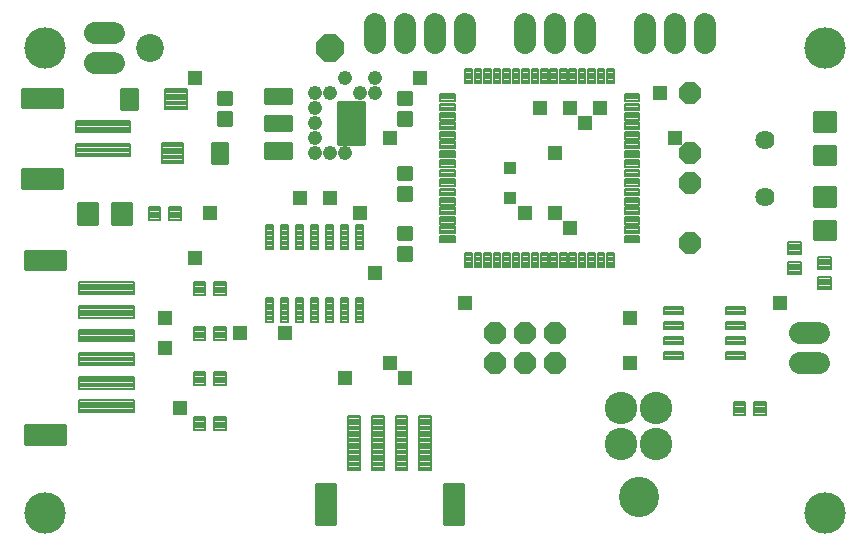
<source format=gts>
G75*
G70*
%OFA0B0*%
%FSLAX24Y24*%
%IPPOS*%
%LPD*%
%AMOC8*
5,1,8,0,0,1.08239X$1,22.5*
%
%ADD10C,0.0640*%
%ADD11OC8,0.0710*%
%ADD12C,0.0081*%
%ADD13C,0.0085*%
%ADD14C,0.0720*%
%ADD15OC8,0.0720*%
%ADD16C,0.0084*%
%ADD17C,0.0082*%
%ADD18C,0.0084*%
%ADD19C,0.0930*%
%ADD20OC8,0.0930*%
%ADD21C,0.0081*%
%ADD22C,0.0082*%
%ADD23C,0.1080*%
%ADD24C,0.1340*%
%ADD25C,0.0082*%
%ADD26C,0.0084*%
%ADD27C,0.0085*%
%ADD28C,0.1380*%
%ADD29R,0.0476X0.0476*%
%ADD30C,0.0476*%
%ADD31R,0.0440X0.0440*%
D10*
X025802Y012191D03*
X025802Y014091D03*
D11*
X023302Y013641D03*
X023302Y012641D03*
X023302Y010641D03*
X023302Y015641D03*
D12*
X026586Y010673D02*
X026586Y010279D01*
X026586Y010673D02*
X027018Y010673D01*
X027018Y010279D01*
X026586Y010279D01*
X026586Y010359D02*
X027018Y010359D01*
X027018Y010439D02*
X026586Y010439D01*
X026586Y010519D02*
X027018Y010519D01*
X027018Y010599D02*
X026586Y010599D01*
X026586Y010003D02*
X026586Y009609D01*
X026586Y010003D02*
X027018Y010003D01*
X027018Y009609D01*
X026586Y009609D01*
X026586Y009689D02*
X027018Y009689D01*
X027018Y009769D02*
X026586Y009769D01*
X026586Y009849D02*
X027018Y009849D01*
X027018Y009929D02*
X026586Y009929D01*
X027586Y009779D02*
X027586Y010173D01*
X028018Y010173D01*
X028018Y009779D01*
X027586Y009779D01*
X027586Y009859D02*
X028018Y009859D01*
X028018Y009939D02*
X027586Y009939D01*
X027586Y010019D02*
X028018Y010019D01*
X028018Y010099D02*
X027586Y010099D01*
X027586Y009503D02*
X027586Y009109D01*
X027586Y009503D02*
X028018Y009503D01*
X028018Y009109D01*
X027586Y009109D01*
X027586Y009189D02*
X028018Y009189D01*
X028018Y009269D02*
X027586Y009269D01*
X027586Y009349D02*
X028018Y009349D01*
X028018Y009429D02*
X027586Y009429D01*
X025834Y004925D02*
X025440Y004925D01*
X025440Y005357D01*
X025834Y005357D01*
X025834Y004925D01*
X025834Y005005D02*
X025440Y005005D01*
X025440Y005085D02*
X025834Y005085D01*
X025834Y005165D02*
X025440Y005165D01*
X025440Y005245D02*
X025834Y005245D01*
X025834Y005325D02*
X025440Y005325D01*
X025165Y004925D02*
X024771Y004925D01*
X024771Y005357D01*
X025165Y005357D01*
X025165Y004925D01*
X025165Y005005D02*
X024771Y005005D01*
X024771Y005085D02*
X025165Y005085D01*
X025165Y005165D02*
X024771Y005165D01*
X024771Y005245D02*
X025165Y005245D01*
X025165Y005325D02*
X024771Y005325D01*
X014680Y004896D02*
X014286Y004896D01*
X014680Y004896D02*
X014680Y003086D01*
X014286Y003086D01*
X014286Y004896D01*
X014286Y003166D02*
X014680Y003166D01*
X014680Y003246D02*
X014286Y003246D01*
X014286Y003326D02*
X014680Y003326D01*
X014680Y003406D02*
X014286Y003406D01*
X014286Y003486D02*
X014680Y003486D01*
X014680Y003566D02*
X014286Y003566D01*
X014286Y003646D02*
X014680Y003646D01*
X014680Y003726D02*
X014286Y003726D01*
X014286Y003806D02*
X014680Y003806D01*
X014680Y003886D02*
X014286Y003886D01*
X014286Y003966D02*
X014680Y003966D01*
X014680Y004046D02*
X014286Y004046D01*
X014286Y004126D02*
X014680Y004126D01*
X014680Y004206D02*
X014286Y004206D01*
X014286Y004286D02*
X014680Y004286D01*
X014680Y004366D02*
X014286Y004366D01*
X014286Y004446D02*
X014680Y004446D01*
X014680Y004526D02*
X014286Y004526D01*
X014286Y004606D02*
X014680Y004606D01*
X014680Y004686D02*
X014286Y004686D01*
X014286Y004766D02*
X014680Y004766D01*
X014680Y004846D02*
X014286Y004846D01*
X013893Y004896D02*
X013499Y004896D01*
X013893Y004896D02*
X013893Y003086D01*
X013499Y003086D01*
X013499Y004896D01*
X013499Y003166D02*
X013893Y003166D01*
X013893Y003246D02*
X013499Y003246D01*
X013499Y003326D02*
X013893Y003326D01*
X013893Y003406D02*
X013499Y003406D01*
X013499Y003486D02*
X013893Y003486D01*
X013893Y003566D02*
X013499Y003566D01*
X013499Y003646D02*
X013893Y003646D01*
X013893Y003726D02*
X013499Y003726D01*
X013499Y003806D02*
X013893Y003806D01*
X013893Y003886D02*
X013499Y003886D01*
X013499Y003966D02*
X013893Y003966D01*
X013893Y004046D02*
X013499Y004046D01*
X013499Y004126D02*
X013893Y004126D01*
X013893Y004206D02*
X013499Y004206D01*
X013499Y004286D02*
X013893Y004286D01*
X013893Y004366D02*
X013499Y004366D01*
X013499Y004446D02*
X013893Y004446D01*
X013893Y004526D02*
X013499Y004526D01*
X013499Y004606D02*
X013893Y004606D01*
X013893Y004686D02*
X013499Y004686D01*
X013499Y004766D02*
X013893Y004766D01*
X013893Y004846D02*
X013499Y004846D01*
X013106Y004896D02*
X012712Y004896D01*
X013106Y004896D02*
X013106Y003086D01*
X012712Y003086D01*
X012712Y004896D01*
X012712Y003166D02*
X013106Y003166D01*
X013106Y003246D02*
X012712Y003246D01*
X012712Y003326D02*
X013106Y003326D01*
X013106Y003406D02*
X012712Y003406D01*
X012712Y003486D02*
X013106Y003486D01*
X013106Y003566D02*
X012712Y003566D01*
X012712Y003646D02*
X013106Y003646D01*
X013106Y003726D02*
X012712Y003726D01*
X012712Y003806D02*
X013106Y003806D01*
X013106Y003886D02*
X012712Y003886D01*
X012712Y003966D02*
X013106Y003966D01*
X013106Y004046D02*
X012712Y004046D01*
X012712Y004126D02*
X013106Y004126D01*
X013106Y004206D02*
X012712Y004206D01*
X012712Y004286D02*
X013106Y004286D01*
X013106Y004366D02*
X012712Y004366D01*
X012712Y004446D02*
X013106Y004446D01*
X013106Y004526D02*
X012712Y004526D01*
X012712Y004606D02*
X013106Y004606D01*
X013106Y004686D02*
X012712Y004686D01*
X012712Y004766D02*
X013106Y004766D01*
X013106Y004846D02*
X012712Y004846D01*
X012318Y004896D02*
X011924Y004896D01*
X012318Y004896D02*
X012318Y003086D01*
X011924Y003086D01*
X011924Y004896D01*
X011924Y003166D02*
X012318Y003166D01*
X012318Y003246D02*
X011924Y003246D01*
X011924Y003326D02*
X012318Y003326D01*
X012318Y003406D02*
X011924Y003406D01*
X011924Y003486D02*
X012318Y003486D01*
X012318Y003566D02*
X011924Y003566D01*
X011924Y003646D02*
X012318Y003646D01*
X012318Y003726D02*
X011924Y003726D01*
X011924Y003806D02*
X012318Y003806D01*
X012318Y003886D02*
X011924Y003886D01*
X011924Y003966D02*
X012318Y003966D01*
X012318Y004046D02*
X011924Y004046D01*
X011924Y004126D02*
X012318Y004126D01*
X012318Y004206D02*
X011924Y004206D01*
X011924Y004286D02*
X012318Y004286D01*
X012318Y004366D02*
X011924Y004366D01*
X011924Y004446D02*
X012318Y004446D01*
X012318Y004526D02*
X011924Y004526D01*
X011924Y004606D02*
X012318Y004606D01*
X012318Y004686D02*
X011924Y004686D01*
X011924Y004766D02*
X012318Y004766D01*
X012318Y004846D02*
X011924Y004846D01*
X007834Y004425D02*
X007440Y004425D01*
X007440Y004857D01*
X007834Y004857D01*
X007834Y004425D01*
X007834Y004505D02*
X007440Y004505D01*
X007440Y004585D02*
X007834Y004585D01*
X007834Y004665D02*
X007440Y004665D01*
X007440Y004745D02*
X007834Y004745D01*
X007834Y004825D02*
X007440Y004825D01*
X007165Y004425D02*
X006771Y004425D01*
X006771Y004857D01*
X007165Y004857D01*
X007165Y004425D01*
X007165Y004505D02*
X006771Y004505D01*
X006771Y004585D02*
X007165Y004585D01*
X007165Y004665D02*
X006771Y004665D01*
X006771Y004745D02*
X007165Y004745D01*
X007165Y004825D02*
X006771Y004825D01*
X006771Y005925D02*
X007165Y005925D01*
X006771Y005925D02*
X006771Y006357D01*
X007165Y006357D01*
X007165Y005925D01*
X007165Y006005D02*
X006771Y006005D01*
X006771Y006085D02*
X007165Y006085D01*
X007165Y006165D02*
X006771Y006165D01*
X006771Y006245D02*
X007165Y006245D01*
X007165Y006325D02*
X006771Y006325D01*
X007440Y005925D02*
X007834Y005925D01*
X007440Y005925D02*
X007440Y006357D01*
X007834Y006357D01*
X007834Y005925D01*
X007834Y006005D02*
X007440Y006005D01*
X007440Y006085D02*
X007834Y006085D01*
X007834Y006165D02*
X007440Y006165D01*
X007440Y006245D02*
X007834Y006245D01*
X007834Y006325D02*
X007440Y006325D01*
X007440Y007425D02*
X007834Y007425D01*
X007440Y007425D02*
X007440Y007857D01*
X007834Y007857D01*
X007834Y007425D01*
X007834Y007505D02*
X007440Y007505D01*
X007440Y007585D02*
X007834Y007585D01*
X007834Y007665D02*
X007440Y007665D01*
X007440Y007745D02*
X007834Y007745D01*
X007834Y007825D02*
X007440Y007825D01*
X007165Y007425D02*
X006771Y007425D01*
X006771Y007857D01*
X007165Y007857D01*
X007165Y007425D01*
X007165Y007505D02*
X006771Y007505D01*
X006771Y007585D02*
X007165Y007585D01*
X007165Y007665D02*
X006771Y007665D01*
X006771Y007745D02*
X007165Y007745D01*
X007165Y007825D02*
X006771Y007825D01*
X006771Y008925D02*
X007165Y008925D01*
X006771Y008925D02*
X006771Y009357D01*
X007165Y009357D01*
X007165Y008925D01*
X007165Y009005D02*
X006771Y009005D01*
X006771Y009085D02*
X007165Y009085D01*
X007165Y009165D02*
X006771Y009165D01*
X006771Y009245D02*
X007165Y009245D01*
X007165Y009325D02*
X006771Y009325D01*
X007440Y008925D02*
X007834Y008925D01*
X007440Y008925D02*
X007440Y009357D01*
X007834Y009357D01*
X007834Y008925D01*
X007834Y009005D02*
X007440Y009005D01*
X007440Y009085D02*
X007834Y009085D01*
X007834Y009165D02*
X007440Y009165D01*
X007440Y009245D02*
X007834Y009245D01*
X007834Y009325D02*
X007440Y009325D01*
X006334Y011425D02*
X005940Y011425D01*
X005940Y011857D01*
X006334Y011857D01*
X006334Y011425D01*
X006334Y011505D02*
X005940Y011505D01*
X005940Y011585D02*
X006334Y011585D01*
X006334Y011665D02*
X005940Y011665D01*
X005940Y011745D02*
X006334Y011745D01*
X006334Y011825D02*
X005940Y011825D01*
X005665Y011425D02*
X005271Y011425D01*
X005271Y011857D01*
X005665Y011857D01*
X005665Y011425D01*
X005665Y011505D02*
X005271Y011505D01*
X005271Y011585D02*
X005665Y011585D01*
X005665Y011665D02*
X005271Y011665D01*
X005271Y011745D02*
X005665Y011745D01*
X005665Y011825D02*
X005271Y011825D01*
X004664Y013550D02*
X004664Y013944D01*
X004664Y013550D02*
X002854Y013550D01*
X002854Y013944D01*
X004664Y013944D01*
X004664Y013630D02*
X002854Y013630D01*
X002854Y013710D02*
X004664Y013710D01*
X004664Y013790D02*
X002854Y013790D01*
X002854Y013870D02*
X004664Y013870D01*
X004664Y014338D02*
X004664Y014732D01*
X004664Y014338D02*
X002854Y014338D01*
X002854Y014732D01*
X004664Y014732D01*
X004664Y014418D02*
X002854Y014418D01*
X002854Y014498D02*
X004664Y014498D01*
X004664Y014578D02*
X002854Y014578D01*
X002854Y014658D02*
X004664Y014658D01*
X004770Y009338D02*
X004770Y008944D01*
X002960Y008944D01*
X002960Y009338D01*
X004770Y009338D01*
X004770Y009024D02*
X002960Y009024D01*
X002960Y009104D02*
X004770Y009104D01*
X004770Y009184D02*
X002960Y009184D01*
X002960Y009264D02*
X004770Y009264D01*
X004770Y008551D02*
X004770Y008157D01*
X002960Y008157D01*
X002960Y008551D01*
X004770Y008551D01*
X004770Y008237D02*
X002960Y008237D01*
X002960Y008317D02*
X004770Y008317D01*
X004770Y008397D02*
X002960Y008397D01*
X002960Y008477D02*
X004770Y008477D01*
X004770Y007763D02*
X004770Y007369D01*
X002960Y007369D01*
X002960Y007763D01*
X004770Y007763D01*
X004770Y007449D02*
X002960Y007449D01*
X002960Y007529D02*
X004770Y007529D01*
X004770Y007609D02*
X002960Y007609D01*
X002960Y007689D02*
X004770Y007689D01*
X004770Y006976D02*
X004770Y006582D01*
X002960Y006582D01*
X002960Y006976D01*
X004770Y006976D01*
X004770Y006662D02*
X002960Y006662D01*
X002960Y006742D02*
X004770Y006742D01*
X004770Y006822D02*
X002960Y006822D01*
X002960Y006902D02*
X004770Y006902D01*
X004770Y006188D02*
X004770Y005794D01*
X002960Y005794D01*
X002960Y006188D01*
X004770Y006188D01*
X004770Y005874D02*
X002960Y005874D01*
X002960Y005954D02*
X004770Y005954D01*
X004770Y006034D02*
X002960Y006034D01*
X002960Y006114D02*
X004770Y006114D01*
X004770Y005401D02*
X004770Y005007D01*
X002960Y005007D01*
X002960Y005401D01*
X004770Y005401D01*
X004770Y005087D02*
X002960Y005087D01*
X002960Y005167D02*
X004770Y005167D01*
X004770Y005247D02*
X002960Y005247D01*
X002960Y005327D02*
X004770Y005327D01*
D13*
X002485Y004572D02*
X001151Y004572D01*
X002485Y004572D02*
X002485Y003946D01*
X001151Y003946D01*
X001151Y004572D01*
X001151Y004030D02*
X002485Y004030D01*
X002485Y004114D02*
X001151Y004114D01*
X001151Y004198D02*
X002485Y004198D01*
X002485Y004282D02*
X001151Y004282D01*
X001151Y004366D02*
X002485Y004366D01*
X002485Y004450D02*
X001151Y004450D01*
X001151Y004534D02*
X002485Y004534D01*
X002485Y010399D02*
X001151Y010399D01*
X002485Y010399D02*
X002485Y009773D01*
X001151Y009773D01*
X001151Y010399D01*
X001151Y009857D02*
X002485Y009857D01*
X002485Y009941D02*
X001151Y009941D01*
X001151Y010025D02*
X002485Y010025D01*
X002485Y010109D02*
X001151Y010109D01*
X001151Y010193D02*
X002485Y010193D01*
X002485Y010277D02*
X001151Y010277D01*
X001151Y010361D02*
X002485Y010361D01*
X002930Y011994D02*
X003556Y011994D01*
X003556Y011288D01*
X002930Y011288D01*
X002930Y011994D01*
X002930Y011372D02*
X003556Y011372D01*
X003556Y011456D02*
X002930Y011456D01*
X002930Y011540D02*
X003556Y011540D01*
X003556Y011624D02*
X002930Y011624D01*
X002930Y011708D02*
X003556Y011708D01*
X003556Y011792D02*
X002930Y011792D01*
X002930Y011876D02*
X003556Y011876D01*
X003556Y011960D02*
X002930Y011960D01*
X002379Y013116D02*
X001045Y013116D01*
X002379Y013116D02*
X002379Y012490D01*
X001045Y012490D01*
X001045Y013116D01*
X001045Y012574D02*
X002379Y012574D01*
X002379Y012658D02*
X001045Y012658D01*
X001045Y012742D02*
X002379Y012742D01*
X002379Y012826D02*
X001045Y012826D01*
X001045Y012910D02*
X002379Y012910D01*
X002379Y012994D02*
X001045Y012994D01*
X001045Y013078D02*
X002379Y013078D01*
X004049Y011994D02*
X004675Y011994D01*
X004675Y011288D01*
X004049Y011288D01*
X004049Y011994D01*
X004049Y011372D02*
X004675Y011372D01*
X004675Y011456D02*
X004049Y011456D01*
X004049Y011540D02*
X004675Y011540D01*
X004675Y011624D02*
X004049Y011624D01*
X004049Y011708D02*
X004675Y011708D01*
X004675Y011792D02*
X004049Y011792D01*
X004049Y011876D02*
X004675Y011876D01*
X004675Y011960D02*
X004049Y011960D01*
X002379Y015793D02*
X001045Y015793D01*
X002379Y015793D02*
X002379Y015167D01*
X001045Y015167D01*
X001045Y015793D01*
X001045Y015251D02*
X002379Y015251D01*
X002379Y015335D02*
X001045Y015335D01*
X001045Y015419D02*
X002379Y015419D01*
X002379Y015503D02*
X001045Y015503D01*
X001045Y015587D02*
X002379Y015587D01*
X002379Y015671D02*
X001045Y015671D01*
X001045Y015755D02*
X002379Y015755D01*
X010863Y002611D02*
X010863Y001277D01*
X010863Y002611D02*
X011489Y002611D01*
X011489Y001277D01*
X010863Y001277D01*
X010863Y001361D02*
X011489Y001361D01*
X011489Y001445D02*
X010863Y001445D01*
X010863Y001529D02*
X011489Y001529D01*
X011489Y001613D02*
X010863Y001613D01*
X010863Y001697D02*
X011489Y001697D01*
X011489Y001781D02*
X010863Y001781D01*
X010863Y001865D02*
X011489Y001865D01*
X011489Y001949D02*
X010863Y001949D01*
X010863Y002033D02*
X011489Y002033D01*
X011489Y002117D02*
X010863Y002117D01*
X010863Y002201D02*
X011489Y002201D01*
X011489Y002285D02*
X010863Y002285D01*
X010863Y002369D02*
X011489Y002369D01*
X011489Y002453D02*
X010863Y002453D01*
X010863Y002537D02*
X011489Y002537D01*
X015115Y002611D02*
X015115Y001277D01*
X015115Y002611D02*
X015741Y002611D01*
X015741Y001277D01*
X015115Y001277D01*
X015115Y001361D02*
X015741Y001361D01*
X015741Y001445D02*
X015115Y001445D01*
X015115Y001529D02*
X015741Y001529D01*
X015741Y001613D02*
X015115Y001613D01*
X015115Y001697D02*
X015741Y001697D01*
X015741Y001781D02*
X015115Y001781D01*
X015115Y001865D02*
X015741Y001865D01*
X015741Y001949D02*
X015115Y001949D01*
X015115Y002033D02*
X015741Y002033D01*
X015741Y002117D02*
X015115Y002117D01*
X015115Y002201D02*
X015741Y002201D01*
X015741Y002285D02*
X015115Y002285D01*
X015115Y002369D02*
X015741Y002369D01*
X015741Y002453D02*
X015115Y002453D01*
X015115Y002537D02*
X015741Y002537D01*
X028155Y010768D02*
X028155Y011394D01*
X028155Y010768D02*
X027449Y010768D01*
X027449Y011394D01*
X028155Y011394D01*
X028155Y010852D02*
X027449Y010852D01*
X027449Y010936D02*
X028155Y010936D01*
X028155Y011020D02*
X027449Y011020D01*
X027449Y011104D02*
X028155Y011104D01*
X028155Y011188D02*
X027449Y011188D01*
X027449Y011272D02*
X028155Y011272D01*
X028155Y011356D02*
X027449Y011356D01*
X028155Y011888D02*
X028155Y012514D01*
X028155Y011888D02*
X027449Y011888D01*
X027449Y012514D01*
X028155Y012514D01*
X028155Y011972D02*
X027449Y011972D01*
X027449Y012056D02*
X028155Y012056D01*
X028155Y012140D02*
X027449Y012140D01*
X027449Y012224D02*
X028155Y012224D01*
X028155Y012308D02*
X027449Y012308D01*
X027449Y012392D02*
X028155Y012392D01*
X028155Y012476D02*
X027449Y012476D01*
X028155Y013268D02*
X028155Y013894D01*
X028155Y013268D02*
X027449Y013268D01*
X027449Y013894D01*
X028155Y013894D01*
X028155Y013352D02*
X027449Y013352D01*
X027449Y013436D02*
X028155Y013436D01*
X028155Y013520D02*
X027449Y013520D01*
X027449Y013604D02*
X028155Y013604D01*
X028155Y013688D02*
X027449Y013688D01*
X027449Y013772D02*
X028155Y013772D01*
X028155Y013856D02*
X027449Y013856D01*
X028155Y014388D02*
X028155Y015014D01*
X028155Y014388D02*
X027449Y014388D01*
X027449Y015014D01*
X028155Y015014D01*
X028155Y014472D02*
X027449Y014472D01*
X027449Y014556D02*
X028155Y014556D01*
X028155Y014640D02*
X027449Y014640D01*
X027449Y014724D02*
X028155Y014724D01*
X028155Y014808D02*
X027449Y014808D01*
X027449Y014892D02*
X028155Y014892D01*
X028155Y014976D02*
X027449Y014976D01*
D14*
X023802Y017321D02*
X023802Y017961D01*
X022802Y017961D02*
X022802Y017321D01*
X021802Y017321D02*
X021802Y017961D01*
X019802Y017961D02*
X019802Y017321D01*
X018802Y017321D02*
X018802Y017961D01*
X017802Y017961D02*
X017802Y017321D01*
X015802Y017321D02*
X015802Y017961D01*
X014802Y017961D02*
X014802Y017321D01*
X013802Y017321D02*
X013802Y017961D01*
X012802Y017961D02*
X012802Y017321D01*
X004122Y017641D02*
X003482Y017641D01*
X003482Y016641D02*
X004122Y016641D01*
X026982Y007641D02*
X027622Y007641D01*
X027622Y006641D02*
X026982Y006641D01*
D15*
X018802Y006641D03*
X017802Y006641D03*
X016802Y006641D03*
X016802Y007641D03*
X017802Y007641D03*
X018802Y007641D03*
D16*
X007895Y013969D02*
X007379Y013969D01*
X007895Y013969D02*
X007895Y013313D01*
X007379Y013313D01*
X007379Y013969D01*
X007379Y013396D02*
X007895Y013396D01*
X007895Y013479D02*
X007379Y013479D01*
X007379Y013562D02*
X007895Y013562D01*
X007895Y013645D02*
X007379Y013645D01*
X007379Y013728D02*
X007895Y013728D01*
X007895Y013811D02*
X007379Y013811D01*
X007379Y013894D02*
X007895Y013894D01*
X004876Y015113D02*
X004360Y015113D01*
X004360Y015769D01*
X004876Y015769D01*
X004876Y015113D01*
X004876Y015196D02*
X004360Y015196D01*
X004360Y015279D02*
X004876Y015279D01*
X004876Y015362D02*
X004360Y015362D01*
X004360Y015445D02*
X004876Y015445D01*
X004876Y015528D02*
X004360Y015528D01*
X004360Y015611D02*
X004876Y015611D01*
X004876Y015694D02*
X004360Y015694D01*
D17*
X005826Y015112D02*
X006552Y015112D01*
X005826Y015112D02*
X005826Y015770D01*
X006552Y015770D01*
X006552Y015112D01*
X006552Y015193D02*
X005826Y015193D01*
X005826Y015274D02*
X006552Y015274D01*
X006552Y015355D02*
X005826Y015355D01*
X005826Y015436D02*
X006552Y015436D01*
X006552Y015517D02*
X005826Y015517D01*
X005826Y015598D02*
X006552Y015598D01*
X006552Y015679D02*
X005826Y015679D01*
X005826Y015760D02*
X006552Y015760D01*
X006429Y013970D02*
X005703Y013970D01*
X006429Y013970D02*
X006429Y013312D01*
X005703Y013312D01*
X005703Y013970D01*
X005703Y013393D02*
X006429Y013393D01*
X006429Y013474D02*
X005703Y013474D01*
X005703Y013555D02*
X006429Y013555D01*
X006429Y013636D02*
X005703Y013636D01*
X005703Y013717D02*
X006429Y013717D01*
X006429Y013798D02*
X005703Y013798D01*
X005703Y013879D02*
X006429Y013879D01*
X006429Y013960D02*
X005703Y013960D01*
D18*
X008012Y014593D02*
X008012Y015001D01*
X008012Y014593D02*
X007592Y014593D01*
X007592Y015001D01*
X008012Y015001D01*
X008012Y014676D02*
X007592Y014676D01*
X007592Y014759D02*
X008012Y014759D01*
X008012Y014842D02*
X007592Y014842D01*
X007592Y014925D02*
X008012Y014925D01*
X008012Y015282D02*
X008012Y015690D01*
X008012Y015282D02*
X007592Y015282D01*
X007592Y015690D01*
X008012Y015690D01*
X008012Y015365D02*
X007592Y015365D01*
X007592Y015448D02*
X008012Y015448D01*
X008012Y015531D02*
X007592Y015531D01*
X007592Y015614D02*
X008012Y015614D01*
X014012Y015690D02*
X014012Y015282D01*
X013592Y015282D01*
X013592Y015690D01*
X014012Y015690D01*
X014012Y015365D02*
X013592Y015365D01*
X013592Y015448D02*
X014012Y015448D01*
X014012Y015531D02*
X013592Y015531D01*
X013592Y015614D02*
X014012Y015614D01*
X014012Y015001D02*
X014012Y014593D01*
X013592Y014593D01*
X013592Y015001D01*
X014012Y015001D01*
X014012Y014676D02*
X013592Y014676D01*
X013592Y014759D02*
X014012Y014759D01*
X014012Y014842D02*
X013592Y014842D01*
X013592Y014925D02*
X014012Y014925D01*
X014012Y013190D02*
X014012Y012782D01*
X013592Y012782D01*
X013592Y013190D01*
X014012Y013190D01*
X014012Y012865D02*
X013592Y012865D01*
X013592Y012948D02*
X014012Y012948D01*
X014012Y013031D02*
X013592Y013031D01*
X013592Y013114D02*
X014012Y013114D01*
X014012Y012501D02*
X014012Y012093D01*
X013592Y012093D01*
X013592Y012501D01*
X014012Y012501D01*
X014012Y012176D02*
X013592Y012176D01*
X013592Y012259D02*
X014012Y012259D01*
X014012Y012342D02*
X013592Y012342D01*
X013592Y012425D02*
X014012Y012425D01*
X014012Y011190D02*
X014012Y010782D01*
X013592Y010782D01*
X013592Y011190D01*
X014012Y011190D01*
X014012Y010865D02*
X013592Y010865D01*
X013592Y010948D02*
X014012Y010948D01*
X014012Y011031D02*
X013592Y011031D01*
X013592Y011114D02*
X014012Y011114D01*
X014012Y010501D02*
X014012Y010093D01*
X013592Y010093D01*
X013592Y010501D01*
X014012Y010501D01*
X014012Y010176D02*
X013592Y010176D01*
X013592Y010259D02*
X014012Y010259D01*
X014012Y010342D02*
X013592Y010342D01*
X013592Y010425D02*
X014012Y010425D01*
D19*
X005302Y017141D03*
D20*
X011302Y017141D03*
D21*
X015466Y015613D02*
X015466Y015393D01*
X014996Y015393D01*
X014996Y015613D01*
X015466Y015613D01*
X015466Y015473D02*
X014996Y015473D01*
X014996Y015553D02*
X015466Y015553D01*
X015466Y015298D02*
X015466Y015078D01*
X014996Y015078D01*
X014996Y015298D01*
X015466Y015298D01*
X015466Y015158D02*
X014996Y015158D01*
X014996Y015238D02*
X015466Y015238D01*
X015466Y014983D02*
X015466Y014763D01*
X014996Y014763D01*
X014996Y014983D01*
X015466Y014983D01*
X015466Y014843D02*
X014996Y014843D01*
X014996Y014923D02*
X015466Y014923D01*
X015466Y014668D02*
X015466Y014448D01*
X014996Y014448D01*
X014996Y014668D01*
X015466Y014668D01*
X015466Y014528D02*
X014996Y014528D01*
X014996Y014608D02*
X015466Y014608D01*
X015466Y014353D02*
X015466Y014133D01*
X014996Y014133D01*
X014996Y014353D01*
X015466Y014353D01*
X015466Y014213D02*
X014996Y014213D01*
X014996Y014293D02*
X015466Y014293D01*
X015466Y014039D02*
X015466Y013819D01*
X014996Y013819D01*
X014996Y014039D01*
X015466Y014039D01*
X015466Y013899D02*
X014996Y013899D01*
X014996Y013979D02*
X015466Y013979D01*
X015466Y013724D02*
X015466Y013504D01*
X014996Y013504D01*
X014996Y013724D01*
X015466Y013724D01*
X015466Y013584D02*
X014996Y013584D01*
X014996Y013664D02*
X015466Y013664D01*
X015466Y013409D02*
X015466Y013189D01*
X014996Y013189D01*
X014996Y013409D01*
X015466Y013409D01*
X015466Y013269D02*
X014996Y013269D01*
X014996Y013349D02*
X015466Y013349D01*
X015466Y013094D02*
X015466Y012874D01*
X014996Y012874D01*
X014996Y013094D01*
X015466Y013094D01*
X015466Y012954D02*
X014996Y012954D01*
X014996Y013034D02*
X015466Y013034D01*
X015466Y012779D02*
X015466Y012559D01*
X014996Y012559D01*
X014996Y012779D01*
X015466Y012779D01*
X015466Y012639D02*
X014996Y012639D01*
X014996Y012719D02*
X015466Y012719D01*
X015466Y012464D02*
X015466Y012244D01*
X014996Y012244D01*
X014996Y012464D01*
X015466Y012464D01*
X015466Y012324D02*
X014996Y012324D01*
X014996Y012404D02*
X015466Y012404D01*
X015466Y012149D02*
X015466Y011929D01*
X014996Y011929D01*
X014996Y012149D01*
X015466Y012149D01*
X015466Y012009D02*
X014996Y012009D01*
X014996Y012089D02*
X015466Y012089D01*
X015466Y011834D02*
X015466Y011614D01*
X014996Y011614D01*
X014996Y011834D01*
X015466Y011834D01*
X015466Y011694D02*
X014996Y011694D01*
X014996Y011774D02*
X015466Y011774D01*
X015466Y011519D02*
X015466Y011299D01*
X014996Y011299D01*
X014996Y011519D01*
X015466Y011519D01*
X015466Y011379D02*
X014996Y011379D01*
X014996Y011459D02*
X015466Y011459D01*
X015466Y011204D02*
X015466Y010984D01*
X014996Y010984D01*
X014996Y011204D01*
X015466Y011204D01*
X015466Y011064D02*
X014996Y011064D01*
X014996Y011144D02*
X015466Y011144D01*
X015466Y010889D02*
X015466Y010669D01*
X014996Y010669D01*
X014996Y010889D01*
X015466Y010889D01*
X015466Y010749D02*
X014996Y010749D01*
X014996Y010829D02*
X015466Y010829D01*
X016050Y010305D02*
X016050Y009835D01*
X015830Y009835D01*
X015830Y010305D01*
X016050Y010305D01*
X016050Y009915D02*
X015830Y009915D01*
X015830Y009995D02*
X016050Y009995D01*
X016050Y010075D02*
X015830Y010075D01*
X015830Y010155D02*
X016050Y010155D01*
X016050Y010235D02*
X015830Y010235D01*
X016365Y010305D02*
X016365Y009835D01*
X016145Y009835D01*
X016145Y010305D01*
X016365Y010305D01*
X016365Y009915D02*
X016145Y009915D01*
X016145Y009995D02*
X016365Y009995D01*
X016365Y010075D02*
X016145Y010075D01*
X016145Y010155D02*
X016365Y010155D01*
X016365Y010235D02*
X016145Y010235D01*
X016680Y010305D02*
X016680Y009835D01*
X016460Y009835D01*
X016460Y010305D01*
X016680Y010305D01*
X016680Y009915D02*
X016460Y009915D01*
X016460Y009995D02*
X016680Y009995D01*
X016680Y010075D02*
X016460Y010075D01*
X016460Y010155D02*
X016680Y010155D01*
X016680Y010235D02*
X016460Y010235D01*
X016995Y010305D02*
X016995Y009835D01*
X016775Y009835D01*
X016775Y010305D01*
X016995Y010305D01*
X016995Y009915D02*
X016775Y009915D01*
X016775Y009995D02*
X016995Y009995D01*
X016995Y010075D02*
X016775Y010075D01*
X016775Y010155D02*
X016995Y010155D01*
X016995Y010235D02*
X016775Y010235D01*
X017310Y010305D02*
X017310Y009835D01*
X017090Y009835D01*
X017090Y010305D01*
X017310Y010305D01*
X017310Y009915D02*
X017090Y009915D01*
X017090Y009995D02*
X017310Y009995D01*
X017310Y010075D02*
X017090Y010075D01*
X017090Y010155D02*
X017310Y010155D01*
X017310Y010235D02*
X017090Y010235D01*
X017625Y010305D02*
X017625Y009835D01*
X017405Y009835D01*
X017405Y010305D01*
X017625Y010305D01*
X017625Y009915D02*
X017405Y009915D01*
X017405Y009995D02*
X017625Y009995D01*
X017625Y010075D02*
X017405Y010075D01*
X017405Y010155D02*
X017625Y010155D01*
X017625Y010235D02*
X017405Y010235D01*
X017940Y010305D02*
X017940Y009835D01*
X017720Y009835D01*
X017720Y010305D01*
X017940Y010305D01*
X017940Y009915D02*
X017720Y009915D01*
X017720Y009995D02*
X017940Y009995D01*
X017940Y010075D02*
X017720Y010075D01*
X017720Y010155D02*
X017940Y010155D01*
X017940Y010235D02*
X017720Y010235D01*
X018255Y010305D02*
X018255Y009835D01*
X018035Y009835D01*
X018035Y010305D01*
X018255Y010305D01*
X018255Y009915D02*
X018035Y009915D01*
X018035Y009995D02*
X018255Y009995D01*
X018255Y010075D02*
X018035Y010075D01*
X018035Y010155D02*
X018255Y010155D01*
X018255Y010235D02*
X018035Y010235D01*
X018570Y010305D02*
X018570Y009835D01*
X018350Y009835D01*
X018350Y010305D01*
X018570Y010305D01*
X018570Y009915D02*
X018350Y009915D01*
X018350Y009995D02*
X018570Y009995D01*
X018570Y010075D02*
X018350Y010075D01*
X018350Y010155D02*
X018570Y010155D01*
X018570Y010235D02*
X018350Y010235D01*
X018885Y010305D02*
X018885Y009835D01*
X018665Y009835D01*
X018665Y010305D01*
X018885Y010305D01*
X018885Y009915D02*
X018665Y009915D01*
X018665Y009995D02*
X018885Y009995D01*
X018885Y010075D02*
X018665Y010075D01*
X018665Y010155D02*
X018885Y010155D01*
X018885Y010235D02*
X018665Y010235D01*
X019200Y010305D02*
X019200Y009835D01*
X018980Y009835D01*
X018980Y010305D01*
X019200Y010305D01*
X019200Y009915D02*
X018980Y009915D01*
X018980Y009995D02*
X019200Y009995D01*
X019200Y010075D02*
X018980Y010075D01*
X018980Y010155D02*
X019200Y010155D01*
X019200Y010235D02*
X018980Y010235D01*
X019515Y010305D02*
X019515Y009835D01*
X019295Y009835D01*
X019295Y010305D01*
X019515Y010305D01*
X019515Y009915D02*
X019295Y009915D01*
X019295Y009995D02*
X019515Y009995D01*
X019515Y010075D02*
X019295Y010075D01*
X019295Y010155D02*
X019515Y010155D01*
X019515Y010235D02*
X019295Y010235D01*
X019830Y010305D02*
X019830Y009835D01*
X019610Y009835D01*
X019610Y010305D01*
X019830Y010305D01*
X019830Y009915D02*
X019610Y009915D01*
X019610Y009995D02*
X019830Y009995D01*
X019830Y010075D02*
X019610Y010075D01*
X019610Y010155D02*
X019830Y010155D01*
X019830Y010235D02*
X019610Y010235D01*
X020145Y010305D02*
X020145Y009835D01*
X019925Y009835D01*
X019925Y010305D01*
X020145Y010305D01*
X020145Y009915D02*
X019925Y009915D01*
X019925Y009995D02*
X020145Y009995D01*
X020145Y010075D02*
X019925Y010075D01*
X019925Y010155D02*
X020145Y010155D01*
X020145Y010235D02*
X019925Y010235D01*
X020460Y010305D02*
X020460Y009835D01*
X020240Y009835D01*
X020240Y010305D01*
X020460Y010305D01*
X020460Y009915D02*
X020240Y009915D01*
X020240Y009995D02*
X020460Y009995D01*
X020460Y010075D02*
X020240Y010075D01*
X020240Y010155D02*
X020460Y010155D01*
X020460Y010235D02*
X020240Y010235D01*
X020775Y010305D02*
X020775Y009835D01*
X020555Y009835D01*
X020555Y010305D01*
X020775Y010305D01*
X020775Y009915D02*
X020555Y009915D01*
X020555Y009995D02*
X020775Y009995D01*
X020775Y010075D02*
X020555Y010075D01*
X020555Y010155D02*
X020775Y010155D01*
X020775Y010235D02*
X020555Y010235D01*
X021608Y010669D02*
X021608Y010889D01*
X021608Y010669D02*
X021138Y010669D01*
X021138Y010889D01*
X021608Y010889D01*
X021608Y010749D02*
X021138Y010749D01*
X021138Y010829D02*
X021608Y010829D01*
X021608Y010984D02*
X021608Y011204D01*
X021608Y010984D02*
X021138Y010984D01*
X021138Y011204D01*
X021608Y011204D01*
X021608Y011064D02*
X021138Y011064D01*
X021138Y011144D02*
X021608Y011144D01*
X021608Y011299D02*
X021608Y011519D01*
X021608Y011299D02*
X021138Y011299D01*
X021138Y011519D01*
X021608Y011519D01*
X021608Y011379D02*
X021138Y011379D01*
X021138Y011459D02*
X021608Y011459D01*
X021608Y011614D02*
X021608Y011834D01*
X021608Y011614D02*
X021138Y011614D01*
X021138Y011834D01*
X021608Y011834D01*
X021608Y011694D02*
X021138Y011694D01*
X021138Y011774D02*
X021608Y011774D01*
X021608Y011929D02*
X021608Y012149D01*
X021608Y011929D02*
X021138Y011929D01*
X021138Y012149D01*
X021608Y012149D01*
X021608Y012009D02*
X021138Y012009D01*
X021138Y012089D02*
X021608Y012089D01*
X021608Y012244D02*
X021608Y012464D01*
X021608Y012244D02*
X021138Y012244D01*
X021138Y012464D01*
X021608Y012464D01*
X021608Y012324D02*
X021138Y012324D01*
X021138Y012404D02*
X021608Y012404D01*
X021608Y012559D02*
X021608Y012779D01*
X021608Y012559D02*
X021138Y012559D01*
X021138Y012779D01*
X021608Y012779D01*
X021608Y012639D02*
X021138Y012639D01*
X021138Y012719D02*
X021608Y012719D01*
X021608Y012874D02*
X021608Y013094D01*
X021608Y012874D02*
X021138Y012874D01*
X021138Y013094D01*
X021608Y013094D01*
X021608Y012954D02*
X021138Y012954D01*
X021138Y013034D02*
X021608Y013034D01*
X021608Y013189D02*
X021608Y013409D01*
X021608Y013189D02*
X021138Y013189D01*
X021138Y013409D01*
X021608Y013409D01*
X021608Y013269D02*
X021138Y013269D01*
X021138Y013349D02*
X021608Y013349D01*
X021608Y013504D02*
X021608Y013724D01*
X021608Y013504D02*
X021138Y013504D01*
X021138Y013724D01*
X021608Y013724D01*
X021608Y013584D02*
X021138Y013584D01*
X021138Y013664D02*
X021608Y013664D01*
X021608Y013819D02*
X021608Y014039D01*
X021608Y013819D02*
X021138Y013819D01*
X021138Y014039D01*
X021608Y014039D01*
X021608Y013899D02*
X021138Y013899D01*
X021138Y013979D02*
X021608Y013979D01*
X021608Y014133D02*
X021608Y014353D01*
X021608Y014133D02*
X021138Y014133D01*
X021138Y014353D01*
X021608Y014353D01*
X021608Y014213D02*
X021138Y014213D01*
X021138Y014293D02*
X021608Y014293D01*
X021608Y014448D02*
X021608Y014668D01*
X021608Y014448D02*
X021138Y014448D01*
X021138Y014668D01*
X021608Y014668D01*
X021608Y014528D02*
X021138Y014528D01*
X021138Y014608D02*
X021608Y014608D01*
X021608Y014763D02*
X021608Y014983D01*
X021608Y014763D02*
X021138Y014763D01*
X021138Y014983D01*
X021608Y014983D01*
X021608Y014843D02*
X021138Y014843D01*
X021138Y014923D02*
X021608Y014923D01*
X021608Y015078D02*
X021608Y015298D01*
X021608Y015078D02*
X021138Y015078D01*
X021138Y015298D01*
X021608Y015298D01*
X021608Y015158D02*
X021138Y015158D01*
X021138Y015238D02*
X021608Y015238D01*
X021608Y015393D02*
X021608Y015613D01*
X021608Y015393D02*
X021138Y015393D01*
X021138Y015613D01*
X021608Y015613D01*
X021608Y015473D02*
X021138Y015473D01*
X021138Y015553D02*
X021608Y015553D01*
X020775Y015977D02*
X020775Y016447D01*
X020775Y015977D02*
X020555Y015977D01*
X020555Y016447D01*
X020775Y016447D01*
X020775Y016057D02*
X020555Y016057D01*
X020555Y016137D02*
X020775Y016137D01*
X020775Y016217D02*
X020555Y016217D01*
X020555Y016297D02*
X020775Y016297D01*
X020775Y016377D02*
X020555Y016377D01*
X020460Y016447D02*
X020460Y015977D01*
X020240Y015977D01*
X020240Y016447D01*
X020460Y016447D01*
X020460Y016057D02*
X020240Y016057D01*
X020240Y016137D02*
X020460Y016137D01*
X020460Y016217D02*
X020240Y016217D01*
X020240Y016297D02*
X020460Y016297D01*
X020460Y016377D02*
X020240Y016377D01*
X020145Y016447D02*
X020145Y015977D01*
X019925Y015977D01*
X019925Y016447D01*
X020145Y016447D01*
X020145Y016057D02*
X019925Y016057D01*
X019925Y016137D02*
X020145Y016137D01*
X020145Y016217D02*
X019925Y016217D01*
X019925Y016297D02*
X020145Y016297D01*
X020145Y016377D02*
X019925Y016377D01*
X019830Y016447D02*
X019830Y015977D01*
X019610Y015977D01*
X019610Y016447D01*
X019830Y016447D01*
X019830Y016057D02*
X019610Y016057D01*
X019610Y016137D02*
X019830Y016137D01*
X019830Y016217D02*
X019610Y016217D01*
X019610Y016297D02*
X019830Y016297D01*
X019830Y016377D02*
X019610Y016377D01*
X019515Y016447D02*
X019515Y015977D01*
X019295Y015977D01*
X019295Y016447D01*
X019515Y016447D01*
X019515Y016057D02*
X019295Y016057D01*
X019295Y016137D02*
X019515Y016137D01*
X019515Y016217D02*
X019295Y016217D01*
X019295Y016297D02*
X019515Y016297D01*
X019515Y016377D02*
X019295Y016377D01*
X019200Y016447D02*
X019200Y015977D01*
X018980Y015977D01*
X018980Y016447D01*
X019200Y016447D01*
X019200Y016057D02*
X018980Y016057D01*
X018980Y016137D02*
X019200Y016137D01*
X019200Y016217D02*
X018980Y016217D01*
X018980Y016297D02*
X019200Y016297D01*
X019200Y016377D02*
X018980Y016377D01*
X018885Y016447D02*
X018885Y015977D01*
X018665Y015977D01*
X018665Y016447D01*
X018885Y016447D01*
X018885Y016057D02*
X018665Y016057D01*
X018665Y016137D02*
X018885Y016137D01*
X018885Y016217D02*
X018665Y016217D01*
X018665Y016297D02*
X018885Y016297D01*
X018885Y016377D02*
X018665Y016377D01*
X018570Y016447D02*
X018570Y015977D01*
X018350Y015977D01*
X018350Y016447D01*
X018570Y016447D01*
X018570Y016057D02*
X018350Y016057D01*
X018350Y016137D02*
X018570Y016137D01*
X018570Y016217D02*
X018350Y016217D01*
X018350Y016297D02*
X018570Y016297D01*
X018570Y016377D02*
X018350Y016377D01*
X018255Y016447D02*
X018255Y015977D01*
X018035Y015977D01*
X018035Y016447D01*
X018255Y016447D01*
X018255Y016057D02*
X018035Y016057D01*
X018035Y016137D02*
X018255Y016137D01*
X018255Y016217D02*
X018035Y016217D01*
X018035Y016297D02*
X018255Y016297D01*
X018255Y016377D02*
X018035Y016377D01*
X017940Y016447D02*
X017940Y015977D01*
X017720Y015977D01*
X017720Y016447D01*
X017940Y016447D01*
X017940Y016057D02*
X017720Y016057D01*
X017720Y016137D02*
X017940Y016137D01*
X017940Y016217D02*
X017720Y016217D01*
X017720Y016297D02*
X017940Y016297D01*
X017940Y016377D02*
X017720Y016377D01*
X017625Y016447D02*
X017625Y015977D01*
X017405Y015977D01*
X017405Y016447D01*
X017625Y016447D01*
X017625Y016057D02*
X017405Y016057D01*
X017405Y016137D02*
X017625Y016137D01*
X017625Y016217D02*
X017405Y016217D01*
X017405Y016297D02*
X017625Y016297D01*
X017625Y016377D02*
X017405Y016377D01*
X017310Y016447D02*
X017310Y015977D01*
X017090Y015977D01*
X017090Y016447D01*
X017310Y016447D01*
X017310Y016057D02*
X017090Y016057D01*
X017090Y016137D02*
X017310Y016137D01*
X017310Y016217D02*
X017090Y016217D01*
X017090Y016297D02*
X017310Y016297D01*
X017310Y016377D02*
X017090Y016377D01*
X016995Y016447D02*
X016995Y015977D01*
X016775Y015977D01*
X016775Y016447D01*
X016995Y016447D01*
X016995Y016057D02*
X016775Y016057D01*
X016775Y016137D02*
X016995Y016137D01*
X016995Y016217D02*
X016775Y016217D01*
X016775Y016297D02*
X016995Y016297D01*
X016995Y016377D02*
X016775Y016377D01*
X016680Y016447D02*
X016680Y015977D01*
X016460Y015977D01*
X016460Y016447D01*
X016680Y016447D01*
X016680Y016057D02*
X016460Y016057D01*
X016460Y016137D02*
X016680Y016137D01*
X016680Y016217D02*
X016460Y016217D01*
X016460Y016297D02*
X016680Y016297D01*
X016680Y016377D02*
X016460Y016377D01*
X016365Y016447D02*
X016365Y015977D01*
X016145Y015977D01*
X016145Y016447D01*
X016365Y016447D01*
X016365Y016057D02*
X016145Y016057D01*
X016145Y016137D02*
X016365Y016137D01*
X016365Y016217D02*
X016145Y016217D01*
X016145Y016297D02*
X016365Y016297D01*
X016365Y016377D02*
X016145Y016377D01*
X016050Y016447D02*
X016050Y015977D01*
X015830Y015977D01*
X015830Y016447D01*
X016050Y016447D01*
X016050Y016057D02*
X015830Y016057D01*
X015830Y016137D02*
X016050Y016137D01*
X016050Y016217D02*
X015830Y016217D01*
X015830Y016297D02*
X016050Y016297D01*
X016050Y016377D02*
X015830Y016377D01*
D22*
X022465Y008508D02*
X022465Y008274D01*
X022465Y008508D02*
X023093Y008508D01*
X023093Y008274D01*
X022465Y008274D01*
X022465Y008355D02*
X023093Y008355D01*
X023093Y008436D02*
X022465Y008436D01*
X022465Y008008D02*
X022465Y007774D01*
X022465Y008008D02*
X023093Y008008D01*
X023093Y007774D01*
X022465Y007774D01*
X022465Y007855D02*
X023093Y007855D01*
X023093Y007936D02*
X022465Y007936D01*
X022465Y007508D02*
X022465Y007274D01*
X022465Y007508D02*
X023093Y007508D01*
X023093Y007274D01*
X022465Y007274D01*
X022465Y007355D02*
X023093Y007355D01*
X023093Y007436D02*
X022465Y007436D01*
X022465Y007008D02*
X022465Y006774D01*
X022465Y007008D02*
X023093Y007008D01*
X023093Y006774D01*
X022465Y006774D01*
X022465Y006855D02*
X023093Y006855D01*
X023093Y006936D02*
X022465Y006936D01*
X024512Y007008D02*
X024512Y006774D01*
X024512Y007008D02*
X025140Y007008D01*
X025140Y006774D01*
X024512Y006774D01*
X024512Y006855D02*
X025140Y006855D01*
X025140Y006936D02*
X024512Y006936D01*
X024512Y007274D02*
X024512Y007508D01*
X025140Y007508D01*
X025140Y007274D01*
X024512Y007274D01*
X024512Y007355D02*
X025140Y007355D01*
X025140Y007436D02*
X024512Y007436D01*
X024512Y007774D02*
X024512Y008008D01*
X025140Y008008D01*
X025140Y007774D01*
X024512Y007774D01*
X024512Y007855D02*
X025140Y007855D01*
X025140Y007936D02*
X024512Y007936D01*
X024512Y008274D02*
X024512Y008508D01*
X025140Y008508D01*
X025140Y008274D01*
X024512Y008274D01*
X024512Y008355D02*
X025140Y008355D01*
X025140Y008436D02*
X024512Y008436D01*
D23*
X022196Y005141D03*
X021015Y005141D03*
X021015Y003960D03*
X022196Y003960D03*
D24*
X021606Y002188D03*
D25*
X012431Y008830D02*
X012173Y008830D01*
X012431Y008830D02*
X012431Y008032D01*
X012173Y008032D01*
X012173Y008830D01*
X012173Y008113D02*
X012431Y008113D01*
X012431Y008194D02*
X012173Y008194D01*
X012173Y008275D02*
X012431Y008275D01*
X012431Y008356D02*
X012173Y008356D01*
X012173Y008437D02*
X012431Y008437D01*
X012431Y008518D02*
X012173Y008518D01*
X012173Y008599D02*
X012431Y008599D01*
X012431Y008680D02*
X012173Y008680D01*
X012173Y008761D02*
X012431Y008761D01*
X011931Y008830D02*
X011673Y008830D01*
X011931Y008830D02*
X011931Y008032D01*
X011673Y008032D01*
X011673Y008830D01*
X011673Y008113D02*
X011931Y008113D01*
X011931Y008194D02*
X011673Y008194D01*
X011673Y008275D02*
X011931Y008275D01*
X011931Y008356D02*
X011673Y008356D01*
X011673Y008437D02*
X011931Y008437D01*
X011931Y008518D02*
X011673Y008518D01*
X011673Y008599D02*
X011931Y008599D01*
X011931Y008680D02*
X011673Y008680D01*
X011673Y008761D02*
X011931Y008761D01*
X011431Y008830D02*
X011173Y008830D01*
X011431Y008830D02*
X011431Y008032D01*
X011173Y008032D01*
X011173Y008830D01*
X011173Y008113D02*
X011431Y008113D01*
X011431Y008194D02*
X011173Y008194D01*
X011173Y008275D02*
X011431Y008275D01*
X011431Y008356D02*
X011173Y008356D01*
X011173Y008437D02*
X011431Y008437D01*
X011431Y008518D02*
X011173Y008518D01*
X011173Y008599D02*
X011431Y008599D01*
X011431Y008680D02*
X011173Y008680D01*
X011173Y008761D02*
X011431Y008761D01*
X010931Y008830D02*
X010673Y008830D01*
X010931Y008830D02*
X010931Y008032D01*
X010673Y008032D01*
X010673Y008830D01*
X010673Y008113D02*
X010931Y008113D01*
X010931Y008194D02*
X010673Y008194D01*
X010673Y008275D02*
X010931Y008275D01*
X010931Y008356D02*
X010673Y008356D01*
X010673Y008437D02*
X010931Y008437D01*
X010931Y008518D02*
X010673Y008518D01*
X010673Y008599D02*
X010931Y008599D01*
X010931Y008680D02*
X010673Y008680D01*
X010673Y008761D02*
X010931Y008761D01*
X010431Y008830D02*
X010173Y008830D01*
X010431Y008830D02*
X010431Y008032D01*
X010173Y008032D01*
X010173Y008830D01*
X010173Y008113D02*
X010431Y008113D01*
X010431Y008194D02*
X010173Y008194D01*
X010173Y008275D02*
X010431Y008275D01*
X010431Y008356D02*
X010173Y008356D01*
X010173Y008437D02*
X010431Y008437D01*
X010431Y008518D02*
X010173Y008518D01*
X010173Y008599D02*
X010431Y008599D01*
X010431Y008680D02*
X010173Y008680D01*
X010173Y008761D02*
X010431Y008761D01*
X009931Y008830D02*
X009673Y008830D01*
X009931Y008830D02*
X009931Y008032D01*
X009673Y008032D01*
X009673Y008830D01*
X009673Y008113D02*
X009931Y008113D01*
X009931Y008194D02*
X009673Y008194D01*
X009673Y008275D02*
X009931Y008275D01*
X009931Y008356D02*
X009673Y008356D01*
X009673Y008437D02*
X009931Y008437D01*
X009931Y008518D02*
X009673Y008518D01*
X009673Y008599D02*
X009931Y008599D01*
X009931Y008680D02*
X009673Y008680D01*
X009673Y008761D02*
X009931Y008761D01*
X009431Y008830D02*
X009173Y008830D01*
X009431Y008830D02*
X009431Y008032D01*
X009173Y008032D01*
X009173Y008830D01*
X009173Y008113D02*
X009431Y008113D01*
X009431Y008194D02*
X009173Y008194D01*
X009173Y008275D02*
X009431Y008275D01*
X009431Y008356D02*
X009173Y008356D01*
X009173Y008437D02*
X009431Y008437D01*
X009431Y008518D02*
X009173Y008518D01*
X009173Y008599D02*
X009431Y008599D01*
X009431Y008680D02*
X009173Y008680D01*
X009173Y008761D02*
X009431Y008761D01*
X009431Y011250D02*
X009173Y011250D01*
X009431Y011250D02*
X009431Y010452D01*
X009173Y010452D01*
X009173Y011250D01*
X009173Y010533D02*
X009431Y010533D01*
X009431Y010614D02*
X009173Y010614D01*
X009173Y010695D02*
X009431Y010695D01*
X009431Y010776D02*
X009173Y010776D01*
X009173Y010857D02*
X009431Y010857D01*
X009431Y010938D02*
X009173Y010938D01*
X009173Y011019D02*
X009431Y011019D01*
X009431Y011100D02*
X009173Y011100D01*
X009173Y011181D02*
X009431Y011181D01*
X009673Y011250D02*
X009931Y011250D01*
X009931Y010452D01*
X009673Y010452D01*
X009673Y011250D01*
X009673Y010533D02*
X009931Y010533D01*
X009931Y010614D02*
X009673Y010614D01*
X009673Y010695D02*
X009931Y010695D01*
X009931Y010776D02*
X009673Y010776D01*
X009673Y010857D02*
X009931Y010857D01*
X009931Y010938D02*
X009673Y010938D01*
X009673Y011019D02*
X009931Y011019D01*
X009931Y011100D02*
X009673Y011100D01*
X009673Y011181D02*
X009931Y011181D01*
X010173Y011250D02*
X010431Y011250D01*
X010431Y010452D01*
X010173Y010452D01*
X010173Y011250D01*
X010173Y010533D02*
X010431Y010533D01*
X010431Y010614D02*
X010173Y010614D01*
X010173Y010695D02*
X010431Y010695D01*
X010431Y010776D02*
X010173Y010776D01*
X010173Y010857D02*
X010431Y010857D01*
X010431Y010938D02*
X010173Y010938D01*
X010173Y011019D02*
X010431Y011019D01*
X010431Y011100D02*
X010173Y011100D01*
X010173Y011181D02*
X010431Y011181D01*
X010673Y011250D02*
X010931Y011250D01*
X010931Y010452D01*
X010673Y010452D01*
X010673Y011250D01*
X010673Y010533D02*
X010931Y010533D01*
X010931Y010614D02*
X010673Y010614D01*
X010673Y010695D02*
X010931Y010695D01*
X010931Y010776D02*
X010673Y010776D01*
X010673Y010857D02*
X010931Y010857D01*
X010931Y010938D02*
X010673Y010938D01*
X010673Y011019D02*
X010931Y011019D01*
X010931Y011100D02*
X010673Y011100D01*
X010673Y011181D02*
X010931Y011181D01*
X011173Y011250D02*
X011431Y011250D01*
X011431Y010452D01*
X011173Y010452D01*
X011173Y011250D01*
X011173Y010533D02*
X011431Y010533D01*
X011431Y010614D02*
X011173Y010614D01*
X011173Y010695D02*
X011431Y010695D01*
X011431Y010776D02*
X011173Y010776D01*
X011173Y010857D02*
X011431Y010857D01*
X011431Y010938D02*
X011173Y010938D01*
X011173Y011019D02*
X011431Y011019D01*
X011431Y011100D02*
X011173Y011100D01*
X011173Y011181D02*
X011431Y011181D01*
X011673Y011250D02*
X011931Y011250D01*
X011931Y010452D01*
X011673Y010452D01*
X011673Y011250D01*
X011673Y010533D02*
X011931Y010533D01*
X011931Y010614D02*
X011673Y010614D01*
X011673Y010695D02*
X011931Y010695D01*
X011931Y010776D02*
X011673Y010776D01*
X011673Y010857D02*
X011931Y010857D01*
X011931Y010938D02*
X011673Y010938D01*
X011673Y011019D02*
X011931Y011019D01*
X011931Y011100D02*
X011673Y011100D01*
X011673Y011181D02*
X011931Y011181D01*
X012173Y011250D02*
X012431Y011250D01*
X012431Y010452D01*
X012173Y010452D01*
X012173Y011250D01*
X012173Y010533D02*
X012431Y010533D01*
X012431Y010614D02*
X012173Y010614D01*
X012173Y010695D02*
X012431Y010695D01*
X012431Y010776D02*
X012173Y010776D01*
X012173Y010857D02*
X012431Y010857D01*
X012431Y010938D02*
X012173Y010938D01*
X012173Y011019D02*
X012431Y011019D01*
X012431Y011100D02*
X012173Y011100D01*
X012173Y011181D02*
X012431Y011181D01*
D26*
X009144Y013493D02*
X009144Y013969D01*
X010020Y013969D01*
X010020Y013493D01*
X009144Y013493D01*
X009144Y013576D02*
X010020Y013576D01*
X010020Y013659D02*
X009144Y013659D01*
X009144Y013742D02*
X010020Y013742D01*
X010020Y013825D02*
X009144Y013825D01*
X009144Y013908D02*
X010020Y013908D01*
X009144Y014403D02*
X009144Y014879D01*
X010020Y014879D01*
X010020Y014403D01*
X009144Y014403D01*
X009144Y014486D02*
X010020Y014486D01*
X010020Y014569D02*
X009144Y014569D01*
X009144Y014652D02*
X010020Y014652D01*
X010020Y014735D02*
X009144Y014735D01*
X009144Y014818D02*
X010020Y014818D01*
X009144Y015313D02*
X009144Y015789D01*
X010020Y015789D01*
X010020Y015313D01*
X009144Y015313D01*
X009144Y015396D02*
X010020Y015396D01*
X010020Y015479D02*
X009144Y015479D01*
X009144Y015562D02*
X010020Y015562D01*
X010020Y015645D02*
X009144Y015645D01*
X009144Y015728D02*
X010020Y015728D01*
D27*
X011591Y015347D02*
X011591Y013935D01*
X011591Y015347D02*
X012453Y015347D01*
X012453Y013935D01*
X011591Y013935D01*
X011591Y014019D02*
X012453Y014019D01*
X012453Y014103D02*
X011591Y014103D01*
X011591Y014187D02*
X012453Y014187D01*
X012453Y014271D02*
X011591Y014271D01*
X011591Y014355D02*
X012453Y014355D01*
X012453Y014439D02*
X011591Y014439D01*
X011591Y014523D02*
X012453Y014523D01*
X012453Y014607D02*
X011591Y014607D01*
X011591Y014691D02*
X012453Y014691D01*
X012453Y014775D02*
X011591Y014775D01*
X011591Y014859D02*
X012453Y014859D01*
X012453Y014943D02*
X011591Y014943D01*
X011591Y015027D02*
X012453Y015027D01*
X012453Y015111D02*
X011591Y015111D01*
X011591Y015195D02*
X012453Y015195D01*
X012453Y015279D02*
X011591Y015279D01*
D28*
X001802Y001641D03*
X001802Y017141D03*
X027802Y017141D03*
X027802Y001641D03*
D29*
X021302Y006641D03*
X021302Y008141D03*
X019302Y011141D03*
X018802Y011641D03*
X017802Y011641D03*
X018802Y013641D03*
X019802Y014641D03*
X019302Y015141D03*
X018302Y015141D03*
X020302Y015141D03*
X022302Y015641D03*
X022802Y014141D03*
X026302Y008641D03*
X015802Y008641D03*
X012802Y009641D03*
X012302Y011641D03*
X011302Y012141D03*
X010302Y012141D03*
X013302Y014141D03*
X014302Y016141D03*
X007302Y011641D03*
X006802Y010141D03*
X005802Y008141D03*
X005802Y007141D03*
X008302Y007641D03*
X009802Y007641D03*
X011802Y006141D03*
X013302Y006641D03*
X013802Y006141D03*
X006302Y005141D03*
X006802Y016141D03*
D30*
X010802Y015641D03*
X010802Y015141D03*
X011302Y015641D03*
X011802Y016141D03*
X012302Y015641D03*
X012802Y015641D03*
X012802Y016141D03*
X010802Y014641D03*
X010802Y014141D03*
X010802Y013641D03*
X011302Y013641D03*
X011802Y013641D03*
D31*
X017302Y013141D03*
X017302Y012141D03*
M02*

</source>
